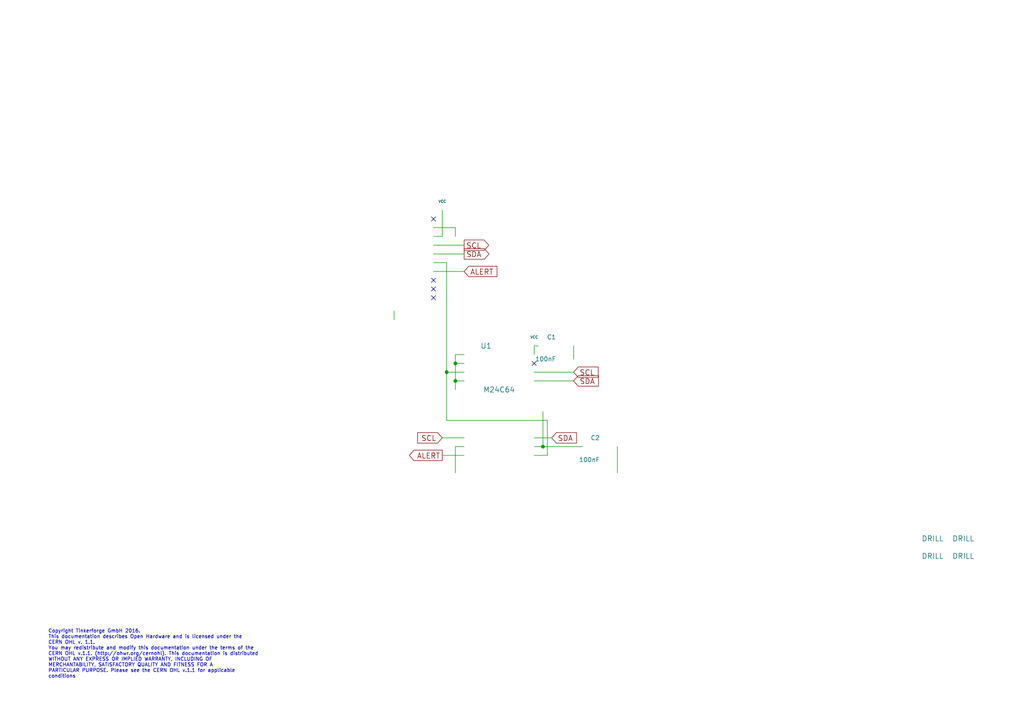
<source format=kicad_sch>
(kicad_sch (version 20230121) (generator eeschema)
  (paper "A4")
  (title_block (title "Temperature Bricklet") (date "2016-03-04") (rev "1.2") (company "Tinkerforge GmbH") (comment 1 "Licensed under CERN OHL v.1.1") (comment 2 "Copyright (©) 2016, B.Nordmeyer <bastian@tinkerforge.com>"))
  (lib_symbols)
  (junction (at 157.48 129.54))
  (junction (at 132.08 110.49))
  (junction (at 129.54 107.95))
  (junction (at 132.08 105.41))
  (no_connect (at 125.73 63.5))
  (no_connect (at 154.94 105.41))
  (no_connect (at 125.73 81.28))
  (no_connect (at 125.73 86.36))
  (no_connect (at 125.73 83.82))
  (wire (pts (xy 154.94 127) (xy 160.02 127)))
  (wire (pts (xy 134.62 102.87) (xy 132.08 102.87)))
  (wire (pts (xy 132.08 105.41) (xy 134.62 105.41)))
  (wire (pts (xy 156.21 100.33) (xy 154.94 100.33)))
  (wire (pts (xy 125.73 78.74) (xy 134.62 78.74)))
  (wire (pts (xy 125.73 71.12) (xy 134.62 71.12)))
  (wire (pts (xy 132.08 110.49) (xy 134.62 110.49)))
  (wire (pts (xy 157.48 129.54) (xy 154.94 129.54)))
  (wire (pts (xy 157.48 129.54) (xy 157.48 119.38)))
  (wire (pts (xy 158.75 121.92) (xy 158.75 132.08)))
  (wire (pts (xy 129.54 107.95) (xy 129.54 121.92)))
  (wire (pts (xy 132.08 137.16) (xy 132.08 129.54)))
  (wire (pts (xy 132.08 66.04) (xy 125.73 66.04)))
  (wire (pts (xy 179.07 129.54) (xy 179.07 137.16)))
  (wire (pts (xy 128.27 68.58) (xy 128.27 60.96)))
  (wire (pts (xy 132.08 66.04) (xy 132.08 68.58)))
  (wire (pts (xy 129.54 76.2) (xy 129.54 107.95)))
  (wire (pts (xy 129.54 107.95) (xy 134.62 107.95)))
  (wire (pts (xy 132.08 129.54) (xy 134.62 129.54)))
  (wire (pts (xy 158.75 132.08) (xy 154.94 132.08)))
  (wire (pts (xy 132.08 110.49) (xy 132.08 113.03)))
  (wire (pts (xy 154.94 107.95) (xy 166.37 107.95)))
  (wire (pts (xy 168.91 129.54) (xy 157.48 129.54)))
  (wire (pts (xy 114.3 92.71) (xy 114.3 90.17)))
  (wire (pts (xy 128.27 127) (xy 134.62 127)))
  (wire (pts (xy 125.73 76.2) (xy 129.54 76.2)))
  (wire (pts (xy 154.94 110.49) (xy 166.37 110.49)))
  (wire (pts (xy 125.73 73.66) (xy 134.62 73.66)))
  (wire (pts (xy 128.27 132.08) (xy 134.62 132.08)))
  (wire (pts (xy 154.94 100.33) (xy 154.94 102.87)))
  (wire (pts (xy 129.54 121.92) (xy 158.75 121.92)))
  (wire (pts (xy 132.08 102.87) (xy 132.08 105.41)))
  (wire (pts (xy 132.08 105.41) (xy 132.08 110.49)))
  (wire (pts (xy 166.37 104.14) (xy 166.37 100.33)))
  (wire (pts (xy 125.73 68.58) (xy 128.27 68.58)))
  (text "Copyright Tinkerforge GmbH 2016.\nThis documentation describes Open Hardware and is licensed under the\nCERN OHL v. 1.1.\nYou may redistribute and modify this documentation under the terms of the\nCERN OHL v.1.1. (http://ohwr.org/cernohl). This documentation is distributed\nWITHOUT ANY EXPRESS OR IMPLIED WARRANTY, INCLUDING OF\nMERCHANTABILITY, SATISFACTORY QUALITY AND FITNESS FOR A\nPARTICULAR PURPOSE. Please see the CERN OHL v.1.1 for applicable\nconditions\n" (at 13.97 196.85 0) (effects (font (size 1.016 1.016)) (justify left bottom)))
  (global_label "SDA" (shape input) (at 166.37 110.49 0) (effects (font (size 1.524 1.524))) (property "Intersheetrefs" "${INTERSHEET_REFS}" (effects hide)))
  (global_label "SCL" (shape input) (at 128.27 127 180) (effects (font (size 1.524 1.524))) (property "Intersheetrefs" "${INTERSHEET_REFS}" (effects hide)))
  (global_label "ALERT" (shape output) (at 128.27 132.08 180) (effects (font (size 1.524 1.524))) (property "Intersheetrefs" "${INTERSHEET_REFS}" (effects hide)))
  (global_label "ALERT" (shape input) (at 134.62 78.74 0) (effects (font (size 1.524 1.524))) (property "Intersheetrefs" "${INTERSHEET_REFS}" (effects hide)))
  (global_label "SDA" (shape output) (at 134.62 73.66 0) (effects (font (size 1.524 1.524))) (property "Intersheetrefs" "${INTERSHEET_REFS}" (effects hide)))
  (global_label "SCL" (shape input) (at 166.37 107.95 0) (effects (font (size 1.524 1.524))) (property "Intersheetrefs" "${INTERSHEET_REFS}" (effects hide)))
  (global_label "SCL" (shape output) (at 134.62 71.12 0) (effects (font (size 1.524 1.524))) (property "Intersheetrefs" "${INTERSHEET_REFS}" (effects hide)))
  (global_label "SDA" (shape input) (at 160.02 127 0) (effects (font (size 1.524 1.524))) (property "Intersheetrefs" "${INTERSHEET_REFS}" (effects hide)))
  (symbol (lib_id "CON-SENSOR") (at 114.3 74.93 0) (mirror y) (unit 1)
    (property "Reference" "P1" (at 120.65 60.96 0) (effects (font (size 1.524 1.524))))
    (property "Value" "CON-SENSOR" (at 110.49 74.93 90) (effects (font (size 1.524 1.524))))
    (property "Footprint" "CON-SENSOR" (effects hide))
  )
  (symbol (lib_id "GND") (at 114.3 92.71 0) (unit 1)
    (property "Reference" "#PWR08" (effects hide))
    (property "Value" "GND" (effects hide))
  )
  (symbol (lib_id "GND") (at 132.08 68.58 0) (unit 1)
    (property "Reference" "#PWR09" (effects hide))
    (property "Value" "GND" (effects hide))
  )
  (symbol (lib_id "VCC") (at 128.27 60.96 0) (unit 1)
    (property "Reference" "#PWR07" (effects hide))
    (property "Value" "VCC" (at 128.27 58.42 0) (effects (font (size 0.762 0.762))))
  )
  (symbol (lib_id "CAT24C") (at 144.78 113.03 0) (unit 1)
    (property "Reference" "U1" (at 140.97 100.33 0) (effects (font (size 1.524 1.524))))
    (property "Value" "M24C64" (at 144.78 113.03 0) (effects (font (size 1.524 1.524))))
    (property "Footprint" "TSSOP8" (effects hide))
  )
  (symbol (lib_id "GND") (at 132.08 113.03 0) (unit 1)
    (property "Reference" "#PWR06" (effects hide))
    (property "Value" "GND" (effects hide))
  )
  (symbol (lib_id "VCC") (at 154.94 100.33 0) (unit 1)
    (property "Reference" "#PWR05" (effects hide))
    (property "Value" "VCC" (at 154.94 97.79 0) (effects (font (size 0.762 0.762))))
  )
  (symbol (lib_id "C") (at 161.29 100.33 90) (unit 1)
    (property "Reference" "C1" (at 161.29 97.79 90) (effects (justify left)))
    (property "Value" "100nF" (at 161.29 104.14 90) (effects (justify left)))
    (property "Footprint" "C0603" (effects hide))
  )
  (symbol (lib_id "DRILL") (at 279.4 156.21 0) (unit 1)
    (property "Reference" "U5" (effects hide))
    (property "Value" "DRILL" (at 279.4 156.21 0) (effects (font (size 1.524 1.524))))
    (property "Footprint" "DRILL_NP" (effects hide))
  )
  (symbol (lib_id "DRILL") (at 279.4 161.29 0) (unit 1)
    (property "Reference" "U6" (effects hide))
    (property "Value" "DRILL" (at 279.4 161.29 0) (effects (font (size 1.524 1.524))))
    (property "Footprint" "DRILL_NP" (effects hide))
  )
  (symbol (lib_id "DRILL") (at 270.51 161.29 0) (unit 1)
    (property "Reference" "U4" (effects hide))
    (property "Value" "DRILL" (at 270.51 161.29 0) (effects (font (size 1.524 1.524))))
    (property "Footprint" "DRILL_NP" (effects hide))
  )
  (symbol (lib_id "DRILL") (at 270.51 156.21 0) (unit 1)
    (property "Reference" "U3" (effects hide))
    (property "Value" "DRILL" (at 270.51 156.21 0) (effects (font (size 1.524 1.524))))
    (property "Footprint" "DRILL_NP" (effects hide))
  )
  (symbol (lib_id "GND") (at 166.37 104.14 0) (unit 1)
    (property "Reference" "#PWR04" (effects hide))
    (property "Value" "GND" (effects hide))
  )
  (symbol (lib_id "TMP102") (at 144.78 129.54 0) (unit 1)
    (property "Reference" "U2" (at 140.97 124.46 0) (effects (font (size 1.524 1.524))))
    (property "Value" "TMP102" (at 144.78 134.62 0) (effects (font (size 1.524 1.524))))
    (property "Footprint" "SOT563" (effects hide))
  )
  (symbol (lib_id "C") (at 173.99 129.54 90) (unit 1)
    (property "Reference" "C2" (at 173.99 127 90) (effects (justify left)))
    (property "Value" "100nF" (at 173.99 133.35 90) (effects (justify left)))
    (property "Footprint" "C0603" (effects hide))
  )
  (symbol (lib_id "VCC") (at 157.48 119.38 0) (unit 1)
    (property "Reference" "#PWR03" (effects hide))
    (property "Value" "VCC" (at 157.48 116.84 0) (effects (font (size 0.762 0.762))))
  )
  (symbol (lib_id "GND") (at 179.07 137.16 0) (unit 1)
    (property "Reference" "#PWR02" (effects hide))
    (property "Value" "GND" (effects hide))
  )
  (symbol (lib_id "GND") (at 132.08 137.16 0) (unit 1)
    (property "Reference" "#PWR01" (effects hide))
    (property "Value" "GND" (effects hide))
  )
)
</source>
